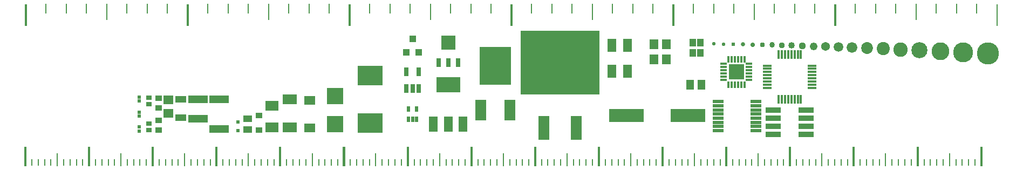
<source format=gts>
G04 Layer_Color=8388736*
%FSLAX25Y25*%
%MOIN*%
G70*
G01*
G75*
%ADD47R,0.01191X0.11900*%
%ADD48R,0.00800X0.04000*%
%ADD49R,0.00800X0.07900*%
%ADD50R,0.00700X0.04000*%
%ADD51R,0.01200X0.11900*%
%ADD52R,0.01191X0.13780*%
%ADD53R,0.01100X0.05906*%
%ADD54R,0.01100X0.09843*%
%ADD55R,0.01100X0.13780*%
%ADD56R,0.09524X0.09524*%
%ADD61C,0.08100*%
%ADD62C,0.07300*%
%ADD70C,0.02900*%
%ADD71C,0.02600*%
%ADD72C,0.02300*%
%ADD73C,0.02100*%
%ADD315R,0.02000X0.02000*%
%ADD316R,0.03200X0.02800*%
%ADD317R,0.04400X0.03200*%
%ADD318R,0.06000X0.05600*%
%ADD319R,0.07100X0.04400*%
%ADD320R,0.11900X0.04800*%
%ADD321R,0.11900X0.04800*%
%ADD322R,0.07100X0.12700*%
%ADD323R,0.19800X0.23300*%
%ADD324R,0.48900X0.39200*%
%ADD325R,0.07100X0.14600*%
%ADD326R,0.05600X0.09600*%
%ADD327R,0.15000X0.09500*%
%ADD328R,0.03100X0.05600*%
%ADD329R,0.08700X0.08700*%
%ADD330R,0.03000X0.05600*%
%ADD331R,0.04000X0.04400*%
%ADD332R,0.02400X0.03800*%
%ADD333R,0.05600X0.07900*%
%ADD334R,0.05600X0.06400*%
%ADD335R,0.04400X0.05000*%
%ADD336R,0.21800X0.08400*%
%ADD337R,0.04800X0.06400*%
%ADD338R,0.05600X0.04000*%
%ADD339R,0.02200X0.02200*%
%ADD340R,0.06600X0.05800*%
%ADD341R,0.10300X0.10300*%
%ADD342R,0.15800X0.11900*%
%ADD343R,0.09100X0.06400*%
%ADD344R,0.04100X0.03300*%
%ADD345R,0.07900X0.06400*%
%ADD346R,0.07100X0.02200*%
%ADD347R,0.09500X0.03200*%
%ADD348R,0.04000X0.01800*%
%ADD349R,0.01800X0.04000*%
%ADD350R,0.05300X0.01800*%
%ADD351R,0.01800X0.05300*%
%ADD352C,0.13700*%
%ADD353C,0.12300*%
%ADD354C,0.11000*%
%ADD355C,0.09900*%
%ADD356C,0.08900*%
%ADD357C,0.06600*%
%ADD358C,0.05900*%
%ADD359C,0.05400*%
%ADD360C,0.04900*%
%ADD361C,0.04400*%
%ADD362C,0.04000*%
%ADD363C,0.03700*%
%ADD364C,0.03400*%
%ADD365C,0.03100*%
%ADD366C,0.02400*%
D47*
X104805Y105950D02*
D03*
X144105D02*
D03*
X183505D02*
D03*
X222905D02*
D03*
X262305D02*
D03*
X301605D02*
D03*
X341005D02*
D03*
X380405D02*
D03*
X419705D02*
D03*
X459105D02*
D03*
X498505D02*
D03*
X537805D02*
D03*
X577205D02*
D03*
X616605D02*
D03*
X656005D02*
D03*
D48*
X108800Y102000D02*
D03*
X112700D02*
D03*
X116700D02*
D03*
X120600D02*
D03*
X128500D02*
D03*
X132400D02*
D03*
X140300D02*
D03*
X148100D02*
D03*
X152000D02*
D03*
X156000D02*
D03*
X159900D02*
D03*
X167800D02*
D03*
X171700D02*
D03*
X179600D02*
D03*
X187500D02*
D03*
X191400D02*
D03*
X195400D02*
D03*
X199300D02*
D03*
X207200D02*
D03*
X211100D02*
D03*
X219000D02*
D03*
X226900D02*
D03*
X230800D02*
D03*
X234800D02*
D03*
X238700D02*
D03*
X246600D02*
D03*
X250500D02*
D03*
X258400D02*
D03*
X266300D02*
D03*
X270200D02*
D03*
X274200D02*
D03*
X278100D02*
D03*
X286000D02*
D03*
X289900D02*
D03*
X297800D02*
D03*
X305600D02*
D03*
X309500D02*
D03*
X313500D02*
D03*
X317400D02*
D03*
X325300D02*
D03*
X329200D02*
D03*
X337100D02*
D03*
X345000D02*
D03*
X348900D02*
D03*
X352900D02*
D03*
X356800D02*
D03*
X364700D02*
D03*
X368600D02*
D03*
X376500D02*
D03*
X384400D02*
D03*
X388300D02*
D03*
X392300D02*
D03*
X396200D02*
D03*
X404100D02*
D03*
X408000D02*
D03*
X415900D02*
D03*
X423700D02*
D03*
X427600D02*
D03*
X431600D02*
D03*
X435500D02*
D03*
X443400D02*
D03*
X447300D02*
D03*
X455200D02*
D03*
X463100D02*
D03*
X467000D02*
D03*
X471000D02*
D03*
X474900D02*
D03*
X482800D02*
D03*
X486700D02*
D03*
X494600D02*
D03*
X502500D02*
D03*
X506400D02*
D03*
X510400D02*
D03*
X514300D02*
D03*
X522200D02*
D03*
X526100D02*
D03*
X534000D02*
D03*
X541800D02*
D03*
X545700D02*
D03*
X549700D02*
D03*
X553600D02*
D03*
X561500D02*
D03*
X565400D02*
D03*
X573300D02*
D03*
X581200D02*
D03*
X585100D02*
D03*
X589100D02*
D03*
X593000D02*
D03*
X600900D02*
D03*
X604800D02*
D03*
X612700D02*
D03*
X620600D02*
D03*
X624500D02*
D03*
X628500D02*
D03*
X632400D02*
D03*
X640300D02*
D03*
X644200D02*
D03*
X652100D02*
D03*
X660000D02*
D03*
X663900D02*
D03*
X667900D02*
D03*
X671800D02*
D03*
X679700D02*
D03*
X683600D02*
D03*
X691500D02*
D03*
D49*
X124500Y103950D02*
D03*
X163800D02*
D03*
X203200D02*
D03*
X242600D02*
D03*
X282000D02*
D03*
X321300D02*
D03*
X360700D02*
D03*
X400100D02*
D03*
X439400D02*
D03*
X478800D02*
D03*
X518200D02*
D03*
X557500D02*
D03*
X596900D02*
D03*
X636300D02*
D03*
X675700D02*
D03*
D50*
X136350Y102000D02*
D03*
X175650D02*
D03*
X215050D02*
D03*
X254450D02*
D03*
X293850D02*
D03*
X333150D02*
D03*
X372550D02*
D03*
X411950D02*
D03*
X451250D02*
D03*
X490650D02*
D03*
X530050D02*
D03*
X569350D02*
D03*
X608750D02*
D03*
X648150D02*
D03*
X687550D02*
D03*
D51*
X144200Y105950D02*
D03*
X183500D02*
D03*
X222900D02*
D03*
X262300D02*
D03*
X301700D02*
D03*
X341000D02*
D03*
X380400D02*
D03*
X419800D02*
D03*
X459100D02*
D03*
X498500D02*
D03*
X537900D02*
D03*
X577200D02*
D03*
X616600D02*
D03*
X656000D02*
D03*
X695400D02*
D03*
D52*
X105005Y193110D02*
D03*
X205005D02*
D03*
X305005D02*
D03*
X405005D02*
D03*
X505005D02*
D03*
X605005D02*
D03*
D53*
X117550Y197047D02*
D03*
X130050D02*
D03*
X142550D02*
D03*
X167550D02*
D03*
X180050D02*
D03*
X192550D02*
D03*
X217550D02*
D03*
X230050D02*
D03*
X242550D02*
D03*
X267550D02*
D03*
X280050D02*
D03*
X292550D02*
D03*
X317550D02*
D03*
X330050D02*
D03*
X342550D02*
D03*
X367550D02*
D03*
X380050D02*
D03*
X392550D02*
D03*
X417550D02*
D03*
X430050D02*
D03*
X442550D02*
D03*
X467550D02*
D03*
X480050D02*
D03*
X492550D02*
D03*
X517550D02*
D03*
X530050D02*
D03*
X542550D02*
D03*
X567550D02*
D03*
X580050D02*
D03*
X592550D02*
D03*
X617550D02*
D03*
X630050D02*
D03*
X642550D02*
D03*
X667550D02*
D03*
X680050D02*
D03*
X692550D02*
D03*
D54*
X155050Y195079D02*
D03*
X255050D02*
D03*
X355050D02*
D03*
X455050D02*
D03*
X555050D02*
D03*
X655050D02*
D03*
D55*
X205050Y193110D02*
D03*
X305050D02*
D03*
X405050D02*
D03*
X505050D02*
D03*
X605050D02*
D03*
X705050D02*
D03*
D56*
X544038Y158038D02*
D03*
D61*
X634800Y172398D02*
D03*
D62*
X624800Y172791D02*
D03*
D70*
X554000Y174994D02*
D03*
D71*
X548000Y175104D02*
D03*
D72*
X536000Y175289D02*
D03*
D73*
X530000Y175368D02*
D03*
D315*
X175000Y140019D02*
D03*
Y142400D02*
D03*
Y121619D02*
D03*
Y124000D02*
D03*
Y130819D02*
D03*
Y133200D02*
D03*
D316*
X181000Y138031D02*
D03*
Y142000D02*
D03*
Y122031D02*
D03*
Y126000D02*
D03*
D317*
X187000Y135847D02*
D03*
Y141800D02*
D03*
Y122147D02*
D03*
Y128100D02*
D03*
D318*
X193000Y132366D02*
D03*
Y140700D02*
D03*
D319*
X200700Y129791D02*
D03*
Y141300D02*
D03*
D320*
X211400Y141006D02*
D03*
Y129100D02*
D03*
D321*
X224500Y122945D02*
D03*
Y141100D02*
D03*
D322*
X386024Y134595D02*
D03*
X404000D02*
D03*
D323*
X395000Y161800D02*
D03*
D324*
X435000Y163900D02*
D03*
D325*
X445000Y123421D02*
D03*
X425000D02*
D03*
D326*
X356900Y125800D02*
D03*
X366000D02*
D03*
X375100D02*
D03*
D327*
X366000Y150300D02*
D03*
D328*
X360094Y163913D02*
D03*
X366000D02*
D03*
X372000D02*
D03*
D329*
X366000Y176200D02*
D03*
D330*
X340260Y147881D02*
D03*
X344000D02*
D03*
X347800D02*
D03*
Y158200D02*
D03*
X340260D02*
D03*
D331*
X344000Y178400D02*
D03*
X347800Y170063D02*
D03*
X340260D02*
D03*
D332*
X341441Y128752D02*
D03*
X344000D02*
D03*
X346600D02*
D03*
Y135300D02*
D03*
X341441D02*
D03*
D333*
X476824Y158626D02*
D03*
X467300Y174400D02*
D03*
Y158626D02*
D03*
X476824Y174400D02*
D03*
D334*
X493200Y165676D02*
D03*
Y175200D02*
D03*
X500740Y165676D02*
D03*
Y175200D02*
D03*
D335*
X521962Y169670D02*
D03*
X517200Y176000D02*
D03*
Y169670D02*
D03*
X521962Y176000D02*
D03*
D336*
X476000Y131000D02*
D03*
X514000D02*
D03*
D337*
X515654Y150000D02*
D03*
X522400D02*
D03*
D338*
X242000Y122650D02*
D03*
Y129000D02*
D03*
D339*
X236000Y121742D02*
D03*
Y127100D02*
D03*
D340*
X280600Y140565D02*
D03*
Y123600D02*
D03*
D341*
X296000Y125839D02*
D03*
Y143200D02*
D03*
D342*
X317900Y126533D02*
D03*
Y155700D02*
D03*
D343*
X268000Y141300D02*
D03*
Y123939D02*
D03*
D344*
X249000Y131328D02*
D03*
Y122200D02*
D03*
D345*
X257000Y123807D02*
D03*
Y137200D02*
D03*
D346*
X532780Y139760D02*
D03*
Y137201D02*
D03*
Y134642D02*
D03*
Y132083D02*
D03*
Y129500D02*
D03*
Y126900D02*
D03*
Y124400D02*
D03*
Y121800D02*
D03*
X556100D02*
D03*
Y124400D02*
D03*
Y126900D02*
D03*
Y129500D02*
D03*
Y132083D02*
D03*
Y134642D02*
D03*
Y137201D02*
D03*
Y139760D02*
D03*
D347*
X566700Y134500D02*
D03*
Y129500D02*
D03*
Y124500D02*
D03*
Y119500D02*
D03*
X587300D02*
D03*
Y124500D02*
D03*
Y129500D02*
D03*
Y134500D02*
D03*
D348*
X536126Y163000D02*
D03*
Y161000D02*
D03*
Y159000D02*
D03*
Y157016D02*
D03*
Y155047D02*
D03*
Y153079D02*
D03*
X551900D02*
D03*
Y155047D02*
D03*
Y157016D02*
D03*
Y159000D02*
D03*
Y161000D02*
D03*
Y163000D02*
D03*
D349*
X539079Y150126D02*
D03*
X541047D02*
D03*
X543016D02*
D03*
X545000D02*
D03*
X547000D02*
D03*
X549000D02*
D03*
Y165900D02*
D03*
X547000D02*
D03*
X545000D02*
D03*
X543016D02*
D03*
X541047D02*
D03*
X539079D02*
D03*
D350*
X563221Y161900D02*
D03*
Y160000D02*
D03*
Y158000D02*
D03*
Y156000D02*
D03*
Y154016D02*
D03*
Y152047D02*
D03*
Y150079D02*
D03*
Y148110D02*
D03*
X590800D02*
D03*
Y150079D02*
D03*
Y152047D02*
D03*
Y154016D02*
D03*
Y156000D02*
D03*
Y158000D02*
D03*
Y160000D02*
D03*
Y161900D02*
D03*
D351*
X570110Y141220D02*
D03*
X572079D02*
D03*
X574047D02*
D03*
X576016D02*
D03*
X578000D02*
D03*
X580000D02*
D03*
X582000D02*
D03*
X583900D02*
D03*
Y168800D02*
D03*
X582000D02*
D03*
X580000D02*
D03*
X578000D02*
D03*
X576016D02*
D03*
X574047D02*
D03*
X572079D02*
D03*
X570110D02*
D03*
D352*
X699400Y169583D02*
D03*
D353*
X684100Y170272D02*
D03*
D354*
X670100Y170902D02*
D03*
D355*
X657300Y171472D02*
D03*
D356*
X645600Y171965D02*
D03*
D357*
X615600Y173146D02*
D03*
D358*
X607100Y173461D02*
D03*
D359*
X599100Y173736D02*
D03*
D360*
X591700Y173992D02*
D03*
D361*
X584800Y174205D02*
D03*
D362*
X578200Y174402D02*
D03*
D363*
X572000Y174577D02*
D03*
D364*
X566000Y174732D02*
D03*
D365*
X560000Y174872D02*
D03*
D366*
X542000Y175203D02*
D03*
M02*

</source>
